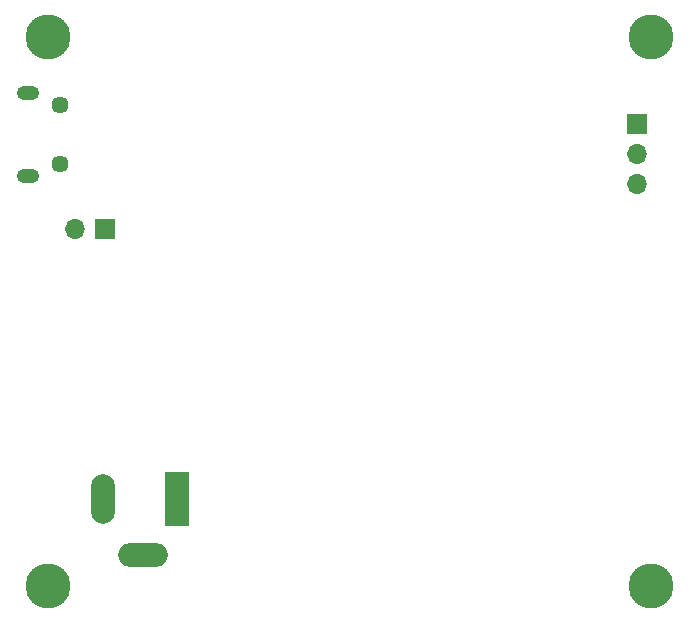
<source format=gbr>
%TF.GenerationSoftware,KiCad,Pcbnew,(6.0.2)*%
%TF.CreationDate,2022-12-20T22:03:32-08:00*%
%TF.ProjectId,split_supply_generator,73706c69-745f-4737-9570-706c795f6765,rev?*%
%TF.SameCoordinates,Original*%
%TF.FileFunction,Soldermask,Bot*%
%TF.FilePolarity,Negative*%
%FSLAX46Y46*%
G04 Gerber Fmt 4.6, Leading zero omitted, Abs format (unit mm)*
G04 Created by KiCad (PCBNEW (6.0.2)) date 2022-12-20 22:03:32*
%MOMM*%
%LPD*%
G01*
G04 APERTURE LIST*
%ADD10R,1.700000X1.700000*%
%ADD11O,1.700000X1.700000*%
%ADD12C,3.800000*%
%ADD13C,1.450000*%
%ADD14O,1.900000X1.200000*%
%ADD15R,2.000000X4.600000*%
%ADD16O,2.000000X4.200000*%
%ADD17O,4.200000X2.000000*%
G04 APERTURE END LIST*
D10*
%TO.C,J2*%
X143281000Y-68595000D03*
D11*
X143281000Y-71135000D03*
X143281000Y-73675000D03*
%TD*%
D10*
%TO.C,J4*%
X98298000Y-77470000D03*
D11*
X95758000Y-77470000D03*
%TD*%
D12*
%TO.C,H3*%
X93472000Y-107696000D03*
%TD*%
%TO.C,H1*%
X144526000Y-61214000D03*
%TD*%
D13*
%TO.C,J3*%
X94426500Y-66969000D03*
D14*
X91726500Y-72969000D03*
X91726500Y-65969000D03*
D13*
X94426500Y-71969000D03*
%TD*%
D12*
%TO.C,H4*%
X144526000Y-107696000D03*
%TD*%
D15*
%TO.C,J1*%
X104394000Y-100315000D03*
D16*
X98094000Y-100315000D03*
D17*
X101494000Y-105115000D03*
%TD*%
D12*
%TO.C,H2*%
X93472000Y-61214000D03*
%TD*%
M02*

</source>
